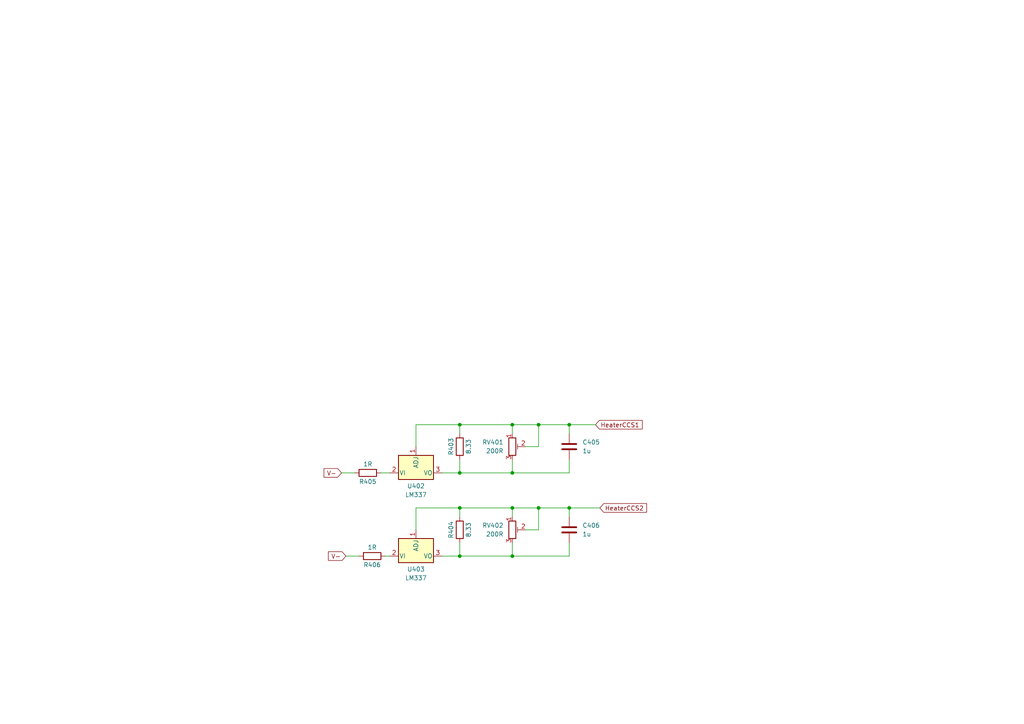
<source format=kicad_sch>
(kicad_sch (version 20231120) (generator "eeschema") (generator_version "8.0")
  (paper "A4")
  (lib_symbols
    (symbol "Device:C" (pin_numbers hide) (pin_names (offset 0.254))
      (property "Reference" "C" (at 0.635 2.54 0))
      (property "Value" "C" (at 0.635 -2.54 0))
      (symbol "C_0_1"
        (polyline (pts (xy -2.032 -0.762) (xy 2.032 -0.762)) (stroke (width 0.508)))
        (polyline (pts (xy -2.032 0.762) (xy 2.032 0.762)) (stroke (width 0.508)))
      )
      (symbol "C_1_1"
        (pin passive line (at 0 3.81 270) (length 2.794) (name "~") (number "1"))
        (pin passive line (at 0 -3.81 90) (length 2.794) (name "~") (number "2"))
      )
    )
    (symbol "Device:R" (pin_numbers hide) (pin_names (offset 0))
      (property "Reference" "R" (at 2.032 0 90))
      (property "Value" "R" (at 0 0 90))
      (symbol "R_0_1"
        (rectangle (start -1.016 -2.54) (end 1.016 2.54) (stroke (width 0.254)))
      )
      (symbol "R_1_1"
        (pin passive line (at 0 3.81 270) (length 1.27) (name "~") (number "1"))
        (pin passive line (at 0 -3.81 90) (length 1.27) (name "~") (number "2"))
      )
    )
    (symbol "Device:R_Potentiometer_Trim" (pin_names (offset 1.016) hide)
      (property "Reference" "RV" (at -4.445 0 90))
      (property "Value" "R_Potentiometer_Trim" (at -2.54 0 90))
      (symbol "R_Potentiometer_Trim_0_1"
        (polyline (pts (xy 1.524 0.762) (xy 1.524 -0.762)))
        (polyline (pts (xy 2.54 0) (xy 1.524 0)))
        (rectangle (start 1.016 2.54) (end -1.016 -2.54) (stroke (width 0.254)))
      )
      (symbol "R_Potentiometer_Trim_1_1"
        (pin passive line (at 0 3.81 270) (length 1.27) (name "1") (number "1"))
        (pin passive line (at 3.81 0 180) (length 1.27) (name "2") (number "2"))
        (pin passive line (at 0 -3.81 90) (length 1.27) (name "3") (number "3"))
      )
    )
    (symbol "Regulator_Linear:LM337_TO220" (pin_names (offset 0.254))
      (property "Reference" "U" (at -3.81 -3.175 0))
      (property "Value" "LM337_TO220" (at 0 -3.175 0))
      (symbol "LM337_TO220_0_1"
        (rectangle (start -5.08 5.08) (end 5.08 -1.905) (stroke (width 0.254)) (fill (type background)))
      )
      (symbol "LM337_TO220_1_1"
        (pin input line (at 0 7.62 270) (length 2.54) (name "ADJ") (number "1"))
        (pin power_in line (at -7.62 0 0) (length 2.54) (name "VI") (number "2"))
        (pin power_out line (at 7.62 0 180) (length 2.54) (name "VO") (number "3"))
      )
    )
  )
  (junction (at 148.59 123.19))
  (junction (at 148.59 161.29))
  (junction (at 148.59 137.16))
  (junction (at 133.35 123.19))
  (junction (at 148.59 147.32))
  (junction (at 156.21 147.32))
  (junction (at 156.21 123.19))
  (junction (at 165.1 123.19))
  (junction (at 133.35 161.29))
  (junction (at 133.35 137.16))
  (junction (at 165.1 147.32))
  (junction (at 133.35 147.32))
  (wire (pts (xy 120.65 123.19) (xy 120.65 129.54)))
  (wire (pts (xy 120.65 147.32) (xy 120.65 153.67)))
  (wire (pts (xy 156.21 123.19) (xy 165.1 123.19)))
  (wire (pts (xy 165.1 149.86) (xy 165.1 147.32)))
  (wire (pts (xy 156.21 147.32) (xy 165.1 147.32)))
  (wire (pts (xy 128.27 161.29) (xy 133.35 161.29)))
  (wire (pts (xy 148.59 147.32) (xy 148.59 149.86)))
  (wire (pts (xy 165.1 133.35) (xy 165.1 137.16)))
  (wire (pts (xy 133.35 137.16) (xy 133.35 133.35)))
  (wire (pts (xy 128.27 137.16) (xy 133.35 137.16)))
  (wire (pts (xy 156.21 147.32) (xy 156.21 153.67)))
  (wire (pts (xy 133.35 147.32) (xy 120.65 147.32)))
  (wire (pts (xy 165.1 123.19) (xy 172.72 123.19)))
  (wire (pts (xy 156.21 123.19) (xy 156.21 129.54)))
  (wire (pts (xy 133.35 149.86) (xy 133.35 147.32)))
  (wire (pts (xy 133.35 161.29) (xy 133.35 157.48)))
  (wire (pts (xy 152.4 129.54) (xy 156.21 129.54)))
  (wire (pts (xy 100.33 161.29) (xy 104.14 161.29)))
  (wire (pts (xy 110.49 137.16) (xy 113.03 137.16)))
  (wire (pts (xy 165.1 125.73) (xy 165.1 123.19)))
  (wire (pts (xy 148.59 157.48) (xy 148.59 161.29)))
  (wire (pts (xy 148.59 137.16) (xy 133.35 137.16)))
  (wire (pts (xy 133.35 123.19) (xy 120.65 123.19)))
  (wire (pts (xy 148.59 123.19) (xy 156.21 123.19)))
  (wire (pts (xy 148.59 147.32) (xy 156.21 147.32)))
  (wire (pts (xy 133.35 147.32) (xy 148.59 147.32)))
  (wire (pts (xy 152.4 153.67) (xy 156.21 153.67)))
  (wire (pts (xy 111.76 161.29) (xy 113.03 161.29)))
  (wire (pts (xy 148.59 123.19) (xy 148.59 125.73)))
  (wire (pts (xy 133.35 123.19) (xy 148.59 123.19)))
  (wire (pts (xy 165.1 147.32) (xy 173.99 147.32)))
  (wire (pts (xy 99.06 137.16) (xy 102.87 137.16)))
  (wire (pts (xy 148.59 133.35) (xy 148.59 137.16)))
  (wire (pts (xy 165.1 161.29) (xy 148.59 161.29)))
  (wire (pts (xy 148.59 161.29) (xy 133.35 161.29)))
  (wire (pts (xy 165.1 157.48) (xy 165.1 161.29)))
  (wire (pts (xy 133.35 125.73) (xy 133.35 123.19)))
  (wire (pts (xy 165.1 137.16) (xy 148.59 137.16)))
  (global_label "V-" (shape input) (at 99.06 137.16 180) (property "Intersheetrefs" "${INTERSHEET_REFS}" (effects (hide yes))))
  (global_label "HeaterCCS1" (shape input) (at 172.72 123.19 0) (property "Intersheetrefs" "${INTERSHEET_REFS}" (effects (hide yes))))
  (global_label "V-" (shape input) (at 100.33 161.29 180) (property "Intersheetrefs" "${INTERSHEET_REFS}" (effects (hide yes))))
  (global_label "HeaterCCS2" (shape input) (at 173.99 147.32 0) (property "Intersheetrefs" "${INTERSHEET_REFS}" (effects (hide yes))))
  (symbol (lib_id "Regulator_Linear:LM337_TO220") (at 120.65 137.16 0) (unit 1)
    (property "Reference" "U402" (at 120.65 140.97 0))
    (property "Value" "LM337" (at 120.65 143.51 0))
    (property "Footprint" "Package_TO_SOT_THT:TO-220-3_Vertical" (effects (hide yes)))
    (property "Datasheet" "http://www.ti.com/lit/ds/symlink/lm337-n.pdf" (effects (hide yes)))
  )
  (symbol (lib_id "Device:R") (at 133.35 153.67 180) (unit 1)
    (property "Reference" "R404" (at 130.81 153.67 90))
    (property "Value" "8.33" (at 135.89 153.67 90))
    (property "Footprint" "Resistor_THT:R_Axial_DIN0309_L9.0mm_D3.2mm_P12.70mm_Horizontal" (effects (hide yes)))
  )
  (symbol (lib_id "Device:R") (at 133.35 129.54 180) (unit 1)
    (property "Reference" "R403" (at 130.81 129.54 90))
    (property "Value" "8.33" (at 135.89 129.54 90))
    (property "Footprint" "Resistor_THT:R_Axial_DIN0309_L9.0mm_D3.2mm_P12.70mm_Horizontal" (effects (hide yes)))
  )
  (symbol (lib_id "Device:R_Potentiometer_Trim") (at 148.59 129.54 0) (unit 1)
    (property "Reference" "RV401" (at 146.05 128.27 0) (effects (justify right)))
    (property "Value" "200R" (at 146.05 130.81 0) (effects (justify right)))
    (property "Footprint" "Potentiometer_THT:Potentiometer_Bourns_3296W_Vertical" (effects (hide yes)))
  )
  (symbol (lib_id "Regulator_Linear:LM337_TO220") (at 120.65 161.29 0) (unit 1)
    (property "Reference" "U403" (at 120.65 165.1 0))
    (property "Value" "LM337" (at 120.65 167.64 0))
    (property "Footprint" "Package_TO_SOT_THT:TO-220-3_Vertical" (effects (hide yes)))
    (property "Datasheet" "http://www.ti.com/lit/ds/symlink/lm337-n.pdf" (effects (hide yes)))
  )
  (symbol (lib_id "Device:R_Potentiometer_Trim") (at 148.59 153.67 0) (unit 1)
    (property "Reference" "RV402" (at 146.05 152.4 0) (effects (justify right)))
    (property "Value" "200R" (at 146.05 154.94 0) (effects (justify right)))
    (property "Footprint" "Potentiometer_THT:Potentiometer_Bourns_3296W_Vertical" (effects (hide yes)))
  )
  (symbol (lib_id "Device:R") (at 107.95 161.29 270) (unit 1)
    (property "Reference" "R406" (at 107.95 163.83 90))
    (property "Value" "1R" (at 107.95 158.75 90))
    (property "Footprint" "Resistor_THT:R_Axial_DIN0309_L9.0mm_D3.2mm_P12.70mm_Horizontal" (effects (hide yes)))
  )
  (symbol (lib_id "Device:C") (at 165.1 129.54 0) (unit 1)
    (property "Reference" "C405" (at 168.91 128.27 0) (effects (justify left)))
    (property "Value" "1u" (at 168.91 130.81 0) (effects (justify left)))
    (property "Footprint" "Capacitor_THT:C_Disc_D7.5mm_W2.5mm_P5.00mm" (effects (hide yes)))
  )
  (symbol (lib_id "Device:R") (at 106.68 137.16 270) (unit 1)
    (property "Reference" "R405" (at 106.68 139.7 90))
    (property "Value" "1R" (at 106.68 134.62 90))
    (property "Footprint" "Resistor_THT:R_Axial_DIN0309_L9.0mm_D3.2mm_P12.70mm_Horizontal" (effects (hide yes)))
  )
  (symbol (lib_id "Device:C") (at 165.1 153.67 0) (unit 1)
    (property "Reference" "C406" (at 168.91 152.4 0) (effects (justify left)))
    (property "Value" "1u" (at 168.91 154.94 0) (effects (justify left)))
    (property "Footprint" "Capacitor_THT:C_Disc_D7.5mm_W2.5mm_P5.00mm" (effects (hide yes)))
  )
)
</source>
